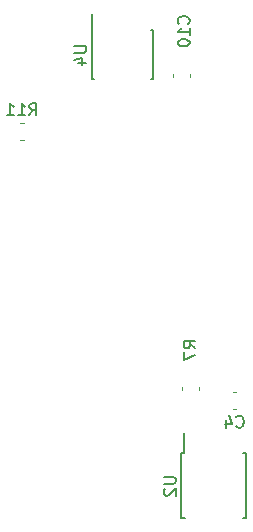
<source format=gbo>
G04 #@! TF.GenerationSoftware,KiCad,Pcbnew,5.0.0-rc1-44a33f2~62~ubuntu16.04.1*
G04 #@! TF.CreationDate,2018-04-01T18:26:25+03:00*
G04 #@! TF.ProjectId,ParaboxAirQuality,50617261626F784169725175616C6974,rev?*
G04 #@! TF.SameCoordinates,Original*
G04 #@! TF.FileFunction,Legend,Bot*
G04 #@! TF.FilePolarity,Positive*
%FSLAX46Y46*%
G04 Gerber Fmt 4.6, Leading zero omitted, Abs format (unit mm)*
G04 Created by KiCad (PCBNEW 5.0.0-rc1-44a33f2~62~ubuntu16.04.1) date Sun Apr  1 18:26:25 2018*
%MOMM*%
%LPD*%
G01*
G04 APERTURE LIST*
%ADD10C,0.120000*%
%ADD11C,0.150000*%
G04 APERTURE END LIST*
D10*
X121600000Y-86540000D02*
X121900000Y-86540000D01*
X121600000Y-87960000D02*
X121900000Y-87960000D01*
X116540000Y-59600000D02*
X116540000Y-59900000D01*
X117960000Y-59600000D02*
X117960000Y-59900000D01*
X118710000Y-86400000D02*
X118710000Y-86100000D01*
X117290000Y-86400000D02*
X117290000Y-86100000D01*
X103900000Y-63790000D02*
X103600000Y-63790000D01*
X103900000Y-65210000D02*
X103600000Y-65210000D01*
D11*
X117245000Y-91750000D02*
X117450000Y-91750000D01*
X117245000Y-97250000D02*
X117545000Y-97250000D01*
X122755000Y-97250000D02*
X122455000Y-97250000D01*
X122755000Y-91750000D02*
X122455000Y-91750000D01*
X117245000Y-91750000D02*
X117245000Y-97250000D01*
X122755000Y-91750000D02*
X122755000Y-97250000D01*
X117450000Y-91750000D02*
X117450000Y-90000000D01*
X109675000Y-55925000D02*
X109725000Y-55925000D01*
X109675000Y-60075000D02*
X109820000Y-60075000D01*
X114825000Y-60075000D02*
X114680000Y-60075000D01*
X114825000Y-55925000D02*
X114680000Y-55925000D01*
X109675000Y-55925000D02*
X109675000Y-60075000D01*
X114825000Y-55925000D02*
X114825000Y-60075000D01*
X109725000Y-55925000D02*
X109725000Y-54525000D01*
X121916666Y-89457142D02*
X121964285Y-89504761D01*
X122107142Y-89552380D01*
X122202380Y-89552380D01*
X122345238Y-89504761D01*
X122440476Y-89409523D01*
X122488095Y-89314285D01*
X122535714Y-89123809D01*
X122535714Y-88980952D01*
X122488095Y-88790476D01*
X122440476Y-88695238D01*
X122345238Y-88600000D01*
X122202380Y-88552380D01*
X122107142Y-88552380D01*
X121964285Y-88600000D01*
X121916666Y-88647619D01*
X121059523Y-88885714D02*
X121059523Y-89552380D01*
X121297619Y-88504761D02*
X121535714Y-89219047D01*
X120916666Y-89219047D01*
X117857142Y-55357142D02*
X117904761Y-55309523D01*
X117952380Y-55166666D01*
X117952380Y-55071428D01*
X117904761Y-54928571D01*
X117809523Y-54833333D01*
X117714285Y-54785714D01*
X117523809Y-54738095D01*
X117380952Y-54738095D01*
X117190476Y-54785714D01*
X117095238Y-54833333D01*
X117000000Y-54928571D01*
X116952380Y-55071428D01*
X116952380Y-55166666D01*
X117000000Y-55309523D01*
X117047619Y-55357142D01*
X117952380Y-56309523D02*
X117952380Y-55738095D01*
X117952380Y-56023809D02*
X116952380Y-56023809D01*
X117095238Y-55928571D01*
X117190476Y-55833333D01*
X117238095Y-55738095D01*
X116952380Y-56928571D02*
X116952380Y-57023809D01*
X117000000Y-57119047D01*
X117047619Y-57166666D01*
X117142857Y-57214285D01*
X117333333Y-57261904D01*
X117571428Y-57261904D01*
X117761904Y-57214285D01*
X117857142Y-57166666D01*
X117904761Y-57119047D01*
X117952380Y-57023809D01*
X117952380Y-56928571D01*
X117904761Y-56833333D01*
X117857142Y-56785714D01*
X117761904Y-56738095D01*
X117571428Y-56690476D01*
X117333333Y-56690476D01*
X117142857Y-56738095D01*
X117047619Y-56785714D01*
X117000000Y-56833333D01*
X116952380Y-56928571D01*
X118452380Y-82833333D02*
X117976190Y-82500000D01*
X118452380Y-82261904D02*
X117452380Y-82261904D01*
X117452380Y-82642857D01*
X117500000Y-82738095D01*
X117547619Y-82785714D01*
X117642857Y-82833333D01*
X117785714Y-82833333D01*
X117880952Y-82785714D01*
X117928571Y-82738095D01*
X117976190Y-82642857D01*
X117976190Y-82261904D01*
X117452380Y-83166666D02*
X117452380Y-83833333D01*
X118452380Y-83404761D01*
X104392857Y-63102380D02*
X104726190Y-62626190D01*
X104964285Y-63102380D02*
X104964285Y-62102380D01*
X104583333Y-62102380D01*
X104488095Y-62150000D01*
X104440476Y-62197619D01*
X104392857Y-62292857D01*
X104392857Y-62435714D01*
X104440476Y-62530952D01*
X104488095Y-62578571D01*
X104583333Y-62626190D01*
X104964285Y-62626190D01*
X103440476Y-63102380D02*
X104011904Y-63102380D01*
X103726190Y-63102380D02*
X103726190Y-62102380D01*
X103821428Y-62245238D01*
X103916666Y-62340476D01*
X104011904Y-62388095D01*
X102488095Y-63102380D02*
X103059523Y-63102380D01*
X102773809Y-63102380D02*
X102773809Y-62102380D01*
X102869047Y-62245238D01*
X102964285Y-62340476D01*
X103059523Y-62388095D01*
X115772380Y-93738095D02*
X116581904Y-93738095D01*
X116677142Y-93785714D01*
X116724761Y-93833333D01*
X116772380Y-93928571D01*
X116772380Y-94119047D01*
X116724761Y-94214285D01*
X116677142Y-94261904D01*
X116581904Y-94309523D01*
X115772380Y-94309523D01*
X115867619Y-94738095D02*
X115820000Y-94785714D01*
X115772380Y-94880952D01*
X115772380Y-95119047D01*
X115820000Y-95214285D01*
X115867619Y-95261904D01*
X115962857Y-95309523D01*
X116058095Y-95309523D01*
X116200952Y-95261904D01*
X116772380Y-94690476D01*
X116772380Y-95309523D01*
X108202380Y-57238095D02*
X109011904Y-57238095D01*
X109107142Y-57285714D01*
X109154761Y-57333333D01*
X109202380Y-57428571D01*
X109202380Y-57619047D01*
X109154761Y-57714285D01*
X109107142Y-57761904D01*
X109011904Y-57809523D01*
X108202380Y-57809523D01*
X108535714Y-58714285D02*
X109202380Y-58714285D01*
X108154761Y-58476190D02*
X108869047Y-58238095D01*
X108869047Y-58857142D01*
M02*

</source>
